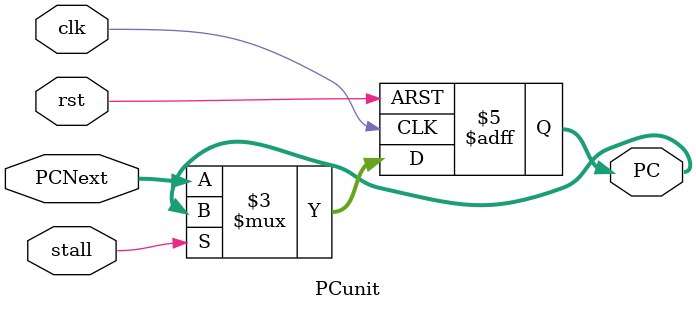
<source format=v>

module PCunit
    (
        input wire [31:0] PCNext,
        input wire clk, rst, stall,
        output reg [31:0] PC
    );
always @(posedge clk, posedge rst) 
begin
    if (rst) 
    begin
        PC <= 32'b0;
    end
    else if (!stall)
    begin
        PC <= PCNext;
    end
end
endmodule
</source>
